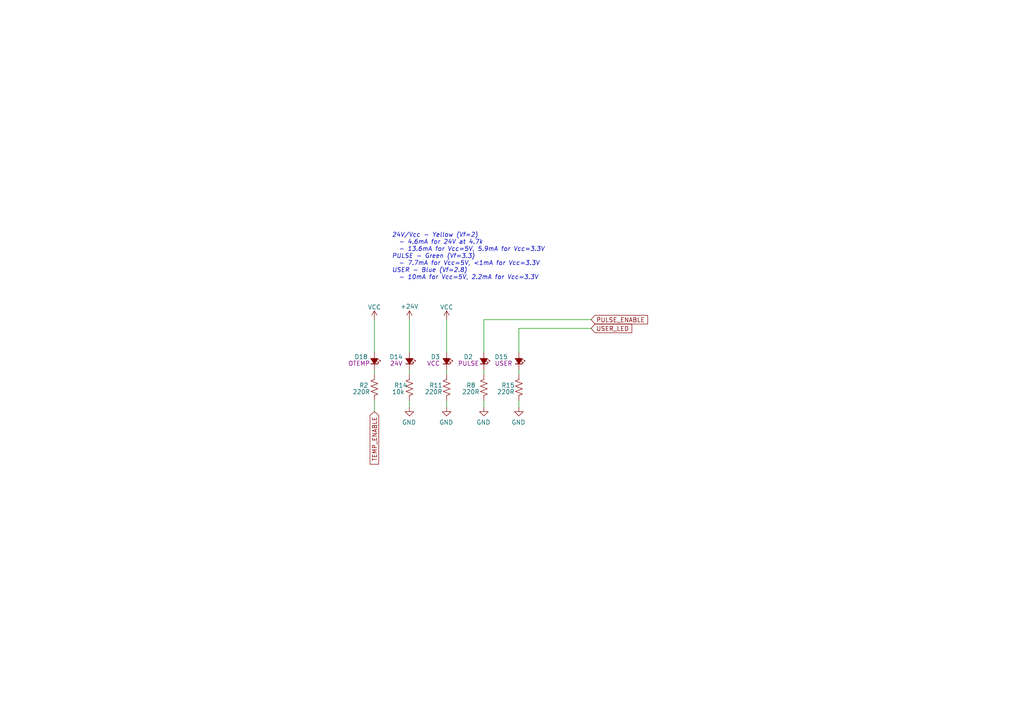
<source format=kicad_sch>
(kicad_sch (version 20211123) (generator eeschema)
  (paper "A4")
  (title_block (title "Luminator MAX3000 Custom Driver Board") (date "2023-03-21") (rev "E"))
  (lib_symbols
    (symbol "Device:LED_Small_Filled" (pin_numbers hide) (pin_names (offset 0.254) hide)
      (property "Reference" "D" (at -1.27 3.175 0))
      (property "Value" "LED_Small_Filled" (at -4.445 -2.54 0))
      (symbol "LED_Small_Filled_0_1"
        (polyline (pts (xy -0.762 -1.016) (xy -0.762 1.016)) (stroke (width 0.254)))
        (polyline (pts (xy 1.016 0) (xy -0.762 0)))
        (polyline (pts (xy 0.762 -1.016) (xy -0.762 0) (xy 0.762 1.016) (xy 0.762 -1.016)) (stroke (width 0.254)) (fill (type outline)))
        (polyline (pts (xy 0 0.762) (xy -0.508 1.27) (xy -0.254 1.27) (xy -0.508 1.27) (xy -0.508 1.016)))
        (polyline (pts (xy 0.508 1.27) (xy 0 1.778) (xy 0.254 1.778) (xy 0 1.778) (xy 0 1.524)))
      )
      (symbol "LED_Small_Filled_1_1"
        (pin passive line (at -2.54 0 0) (length 1.778) (name "K") (number "1"))
        (pin passive line (at 2.54 0 180) (length 1.778) (name "A") (number "2"))
      )
    )
    (symbol "Device:R_US" (pin_numbers hide) (pin_names (offset 0))
      (property "Reference" "R" (at 2.54 0 90))
      (property "Value" "R_US" (at -2.54 0 90))
      (symbol "R_US_0_1"
        (polyline (pts (xy 0 -2.286) (xy 0 -2.54)))
        (polyline (pts (xy 0 2.286) (xy 0 2.54)))
        (polyline (pts (xy 0 -0.762) (xy 1.016 -1.143) (xy 0 -1.524) (xy -1.016 -1.905) (xy 0 -2.286)))
        (polyline (pts (xy 0 0.762) (xy 1.016 0.381) (xy 0 0) (xy -1.016 -0.381) (xy 0 -0.762)))
        (polyline (pts (xy 0 2.286) (xy 1.016 1.905) (xy 0 1.524) (xy -1.016 1.143) (xy 0 0.762)))
      )
      (symbol "R_US_1_1"
        (pin passive line (at 0 3.81 270) (length 1.27) (name "~") (number "1"))
        (pin passive line (at 0 -3.81 90) (length 1.27) (name "~") (number "2"))
      )
    )
    (symbol "power:+24V" (power) (pin_names (offset 0))
      (property "Value" "+24V" (at 0 3.556 0))
      (symbol "+24V_0_1"
        (polyline (pts (xy -0.762 1.27) (xy 0 2.54)))
        (polyline (pts (xy 0 0) (xy 0 2.54)))
        (polyline (pts (xy 0 2.54) (xy 0.762 1.27)))
      )
      (symbol "+24V_1_1"
        (pin power_in line (at 0 0 90) (length 0) hide (name "+24V") (number "1"))
      )
    )
    (symbol "power:GND" (power) (pin_names (offset 0))
      (property "Value" "GND" (at 0 -3.81 0))
      (symbol "GND_0_1"
        (polyline (pts (xy 0 0) (xy 0 -1.27) (xy 1.27 -1.27) (xy 0 -2.54) (xy -1.27 -1.27) (xy 0 -1.27)))
      )
      (symbol "GND_1_1"
        (pin power_in line (at 0 0 270) (length 0) hide (name "GND") (number "1"))
      )
    )
    (symbol "power:VCC" (power) (pin_names (offset 0))
      (property "Value" "VCC" (at 0 3.81 0))
      (symbol "VCC_0_1"
        (polyline (pts (xy -0.762 1.27) (xy 0 2.54)))
        (polyline (pts (xy 0 0) (xy 0 2.54)))
        (polyline (pts (xy 0 2.54) (xy 0.762 1.27)))
      )
      (symbol "VCC_1_1"
        (pin power_in line (at 0 0 90) (length 0) hide (name "VCC") (number "1"))
      )
    )
  )
  (wire (pts (xy 108.585 107.315) (xy 108.585 108.585)))
  (wire (pts (xy 140.335 92.71) (xy 140.335 102.235)))
  (wire (pts (xy 150.495 118.11) (xy 150.495 116.205)))
  (wire (pts (xy 171.45 95.25) (xy 150.495 95.25)))
  (wire (pts (xy 140.335 118.11) (xy 140.335 116.205)))
  (wire (pts (xy 150.495 95.25) (xy 150.495 102.235)))
  (wire (pts (xy 108.585 92.71) (xy 108.585 102.235)))
  (wire (pts (xy 118.745 92.71) (xy 118.745 102.235)))
  (wire (pts (xy 140.335 107.315) (xy 140.335 108.585)))
  (wire (pts (xy 129.54 107.315) (xy 129.54 108.585)))
  (wire (pts (xy 171.45 92.71) (xy 140.335 92.71)))
  (wire (pts (xy 129.54 92.71) (xy 129.54 102.235)))
  (wire (pts (xy 118.745 107.315) (xy 118.745 108.585)))
  (wire (pts (xy 150.495 107.315) (xy 150.495 108.585)))
  (wire (pts (xy 118.745 118.11) (xy 118.745 116.205)))
  (wire (pts (xy 108.585 116.205) (xy 108.585 119.38)))
  (wire (pts (xy 129.54 118.11) (xy 129.54 116.205)))
  (text "24V/Vcc - Yellow (Vf=2)\n  - 4.6mA for 24V at 4.7k\n  - 13.6mA for Vcc=5V, 5.9mA for Vcc=3.3V\nPULSE - Green (Vf=3.3)\n  - 7.7mA for Vcc=5V, <1mA for Vcc=3.3V\nUSER - Blue (Vf=2.8) \n  - 10mA for Vcc=5V, 2.2mA for Vcc=3.3V\n" (at 113.665 81.28 0) (effects (font (size 1.27 1.27) italic) (justify left bottom)))
  (global_label "TEMP_ENABLE" (shape input) (at 108.585 119.38 270) (property "Intersheet References" "${INTERSHEET_REFS}" (effects hide)))
  (global_label "USER_LED" (shape input) (at 171.45 95.25 0) (property "Intersheet References" "${INTERSHEET_REFS}" (effects hide)))
  (global_label "PULSE_ENABLE" (shape input) (at 171.45 92.71 0) (property "Intersheet References" "${INTERSHEET_REFS}" (effects hide)))
  (symbol (lib_id "Device:LED_Small_Filled") (at 108.585 104.775 270) (mirror x) (unit 1)
    (property "Reference" "D18" (at 106.68 103.505 90) (effects (justify right)))
    (property "Value" "NCD0805R1" (effects hide))
    (property "Footprint" "LED_SMD:LED_0805_2012Metric" (effects hide))
    (property "LCSC" "C84256" (effects hide))
    (property "Text" "OTEMP" (at 104.14 105.41 90))
  )
  (symbol (lib_id "power:GND") (at 129.54 118.11 0) (mirror y) (unit 1)
    (property "Reference" "#PWR031" (effects hide))
    (property "Value" "GND" (at 129.413 122.5042 0))
  )
  (symbol (lib_id "power:GND") (at 140.335 118.11 0) (mirror y) (unit 1)
    (property "Reference" "#PWR053" (effects hide))
    (property "Value" "GND" (at 140.208 122.5042 0))
  )
  (symbol (lib_id "Device:R_US") (at 150.495 112.395 0) (mirror x) (unit 1)
    (property "Reference" "R15" (at 145.415 111.76 0) (effects (justify left)))
    (property "Value" "220R" (at 144.145 113.665 0) (effects (justify left)))
    (property "Footprint" "Resistor_SMD:R_0603_1608Metric" (effects hide))
    (property "LCSC" "C22962" (effects hide))
    (property "Digikey" "RMCF0603FT220RCT-ND" (effects hide))
  )
  (symbol (lib_id "Device:R_US") (at 140.335 112.395 0) (mirror x) (unit 1)
    (property "Reference" "R8" (at 135.255 111.76 0) (effects (justify left)))
    (property "Value" "220R" (at 133.985 113.665 0) (effects (justify left)))
    (property "Footprint" "Resistor_SMD:R_0603_1608Metric" (effects hide))
    (property "LCSC" "C22962" (effects hide))
    (property "Digikey" "RMCF0603FT220RCT-ND" (effects hide))
  )
  (symbol (lib_id "power:+24V") (at 118.745 92.71 0) (unit 1)
    (property "Reference" "#PWR0210" (effects hide))
    (property "Value" "+24V" (at 118.745 88.9 0))
  )
  (symbol (lib_id "Device:LED_Small_Filled") (at 129.54 104.775 270) (mirror x) (unit 1)
    (property "Reference" "D3" (at 127.635 103.505 90) (effects (justify right)))
    (property "Value" "19-213/Y2C-CQ2R2L/3T(CY)" (effects hide))
    (property "Footprint" "LED_SMD:LED_0603_1608Metric" (effects hide))
    (property "LCSC" "C72038" (effects hide))
    (property "Text" "VCC" (at 125.73 105.41 90))
    (property "Digikey" "350-2032-1-ND" (effects hide))
  )
  (symbol (lib_id "power:GND") (at 150.495 118.11 0) (mirror y) (unit 1)
    (property "Reference" "#PWR0211" (effects hide))
    (property "Value" "GND" (at 150.368 122.5042 0))
  )
  (symbol (lib_id "Device:LED_Small_Filled") (at 150.495 104.775 270) (mirror x) (unit 1)
    (property "Reference" "D15" (at 147.32 103.505 90) (effects (justify right)))
    (property "Value" "19-217/BHC-ZL1M2RY/3T" (effects hide))
    (property "Footprint" "LED_SMD:LED_0603_1608Metric" (effects hide))
    (property "LCSC" "C72041" (effects hide))
    (property "Text" "USER" (at 146.05 105.41 90))
    (property "Digikey" "160-1647-1-ND" (effects hide))
  )
  (symbol (lib_id "power:VCC") (at 108.585 92.71 0) (unit 1)
    (property "Reference" "#PWR048" (effects hide))
    (property "Value" "VCC" (at 108.585 89.1055 0))
  )
  (symbol (lib_id "power:VCC") (at 129.54 92.71 0) (unit 1)
    (property "Reference" "#PWR0221" (effects hide))
    (property "Value" "VCC" (at 129.54 89.1055 0))
  )
  (symbol (lib_id "power:GND") (at 118.745 118.11 0) (mirror y) (unit 1)
    (property "Reference" "#PWR0209" (effects hide))
    (property "Value" "GND" (at 118.618 122.5042 0))
  )
  (symbol (lib_id "Device:R_US") (at 118.745 112.395 0) (mirror x) (unit 1)
    (property "Reference" "R14" (at 114.3 111.76 0) (effects (justify left)))
    (property "Value" "10k" (at 113.665 113.665 0) (effects (justify left)))
    (property "Footprint" "Resistor_SMD:R_0805_2012Metric" (effects hide))
    (property "LCSC" "C17414" (effects hide))
    (property "Digikey" "RMCF0805JT10K0CT-ND" (effects hide))
  )
  (symbol (lib_id "Device:LED_Small_Filled") (at 118.745 104.775 270) (mirror x) (unit 1)
    (property "Reference" "D14" (at 116.84 103.505 90) (effects (justify right)))
    (property "Value" "19-213/Y2C-CQ2R2L/3T(CY)" (effects hide))
    (property "Footprint" "LED_SMD:LED_0603_1608Metric" (effects hide))
    (property "LCSC" "C72038" (effects hide))
    (property "Text" "24V" (at 114.935 105.41 90))
    (property "Digikey" "350-2032-1-ND" (effects hide))
  )
  (symbol (lib_id "Device:R_US") (at 108.585 112.395 0) (mirror x) (unit 1)
    (property "Reference" "R2" (at 104.14 111.76 0) (effects (justify left)))
    (property "Value" "220R" (at 102.235 113.665 0) (effects (justify left)))
    (property "Footprint" "Resistor_SMD:R_0603_1608Metric" (effects hide))
    (property "LCSC" "C22962" (effects hide))
    (property "Digikey" "RMCF0603FT220RCT-ND" (effects hide))
  )
  (symbol (lib_id "Device:R_US") (at 129.54 112.395 0) (mirror x) (unit 1)
    (property "Reference" "R11" (at 124.46 111.76 0) (effects (justify left)))
    (property "Value" "220R" (at 123.19 113.665 0) (effects (justify left)))
    (property "Footprint" "Resistor_SMD:R_0603_1608Metric" (effects hide))
    (property "LCSC" "C22962" (effects hide))
    (property "Digikey" "RMCF0603FT220RCT-ND" (effects hide))
  )
  (symbol (lib_id "Device:LED_Small_Filled") (at 140.335 104.775 270) (mirror x) (unit 1)
    (property "Reference" "D2" (at 137.16 103.505 90) (effects (justify right)))
    (property "Value" "19-217/GHC-YR1S2/3T" (effects hide))
    (property "Footprint" "LED_SMD:LED_0603_1608Metric" (effects hide))
    (property "LCSC" "C72043" (effects hide))
    (property "Text" "PULSE" (at 135.89 105.41 90))
    (property "Digikey" "160-1446-1-ND" (effects hide))
  )
)
</source>
